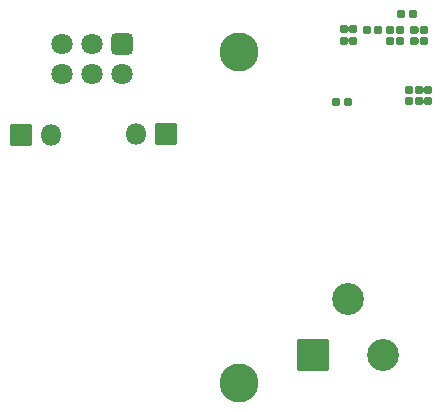
<source format=gbs>
G04 #@! TF.GenerationSoftware,KiCad,Pcbnew,(6.0.7)*
G04 #@! TF.CreationDate,2022-10-27T11:46:26+02:00*
G04 #@! TF.ProjectId,Steuerung,53746575-6572-4756-9e67-2e6b69636164,rev?*
G04 #@! TF.SameCoordinates,Original*
G04 #@! TF.FileFunction,Soldermask,Bot*
G04 #@! TF.FilePolarity,Negative*
%FSLAX46Y46*%
G04 Gerber Fmt 4.6, Leading zero omitted, Abs format (unit mm)*
G04 Created by KiCad (PCBNEW (6.0.7)) date 2022-10-27 11:46:26*
%MOMM*%
%LPD*%
G01*
G04 APERTURE LIST*
G04 Aperture macros list*
%AMRoundRect*
0 Rectangle with rounded corners*
0 $1 Rounding radius*
0 $2 $3 $4 $5 $6 $7 $8 $9 X,Y pos of 4 corners*
0 Add a 4 corners polygon primitive as box body*
4,1,4,$2,$3,$4,$5,$6,$7,$8,$9,$2,$3,0*
0 Add four circle primitives for the rounded corners*
1,1,$1+$1,$2,$3*
1,1,$1+$1,$4,$5*
1,1,$1+$1,$6,$7*
1,1,$1+$1,$8,$9*
0 Add four rect primitives between the rounded corners*
20,1,$1+$1,$2,$3,$4,$5,0*
20,1,$1+$1,$4,$5,$6,$7,0*
20,1,$1+$1,$6,$7,$8,$9,0*
20,1,$1+$1,$8,$9,$2,$3,0*%
G04 Aperture macros list end*
%ADD10C,3.300000*%
%ADD11RoundRect,0.050000X1.300000X-1.300000X1.300000X1.300000X-1.300000X1.300000X-1.300000X-1.300000X0*%
%ADD12C,2.700000*%
%ADD13RoundRect,0.300000X-0.600000X0.600000X-0.600000X-0.600000X0.600000X-0.600000X0.600000X0.600000X0*%
%ADD14C,1.800000*%
%ADD15RoundRect,0.050000X-0.850000X0.850000X-0.850000X-0.850000X0.850000X-0.850000X0.850000X0.850000X0*%
%ADD16O,1.800000X1.800000*%
%ADD17RoundRect,0.050000X0.850000X-0.850000X0.850000X0.850000X-0.850000X0.850000X-0.850000X-0.850000X0*%
%ADD18RoundRect,0.190000X-0.170000X0.140000X-0.170000X-0.140000X0.170000X-0.140000X0.170000X0.140000X0*%
%ADD19RoundRect,0.190000X-0.140000X-0.170000X0.140000X-0.170000X0.140000X0.170000X-0.140000X0.170000X0*%
%ADD20RoundRect,0.190000X0.170000X-0.140000X0.170000X0.140000X-0.170000X0.140000X-0.170000X-0.140000X0*%
%ADD21RoundRect,0.197500X0.147500X0.172500X-0.147500X0.172500X-0.147500X-0.172500X0.147500X-0.172500X0*%
%ADD22RoundRect,0.185000X-0.135000X-0.185000X0.135000X-0.185000X0.135000X0.185000X-0.135000X0.185000X0*%
G04 APERTURE END LIST*
D10*
X173000000Y-105500000D03*
D11*
X179200000Y-103150000D03*
D12*
X185200000Y-103150000D03*
X182200000Y-98450000D03*
D10*
X173000000Y-77500000D03*
D13*
X163045000Y-76847500D03*
D14*
X163045000Y-79387500D03*
X160505000Y-76847500D03*
X160505000Y-79387500D03*
X157965000Y-76847500D03*
X157965000Y-79387500D03*
D15*
X166750000Y-84450000D03*
D16*
X164210000Y-84450000D03*
D17*
X154525000Y-84500000D03*
D16*
X157065000Y-84500000D03*
D18*
X182650000Y-75570000D03*
X182650000Y-76530000D03*
D19*
X186720000Y-74300000D03*
X187680000Y-74300000D03*
D18*
X186600000Y-75620000D03*
X186600000Y-76580000D03*
D20*
X188200000Y-81680000D03*
X188200000Y-80720000D03*
D21*
X184735000Y-75650000D03*
X183765000Y-75650000D03*
D18*
X185750000Y-75620000D03*
X185750000Y-76580000D03*
X181850000Y-75570000D03*
X181850000Y-76530000D03*
D20*
X187350000Y-81680000D03*
X187350000Y-80720000D03*
D22*
X181190000Y-81700000D03*
X182210000Y-81700000D03*
D18*
X187800000Y-75620000D03*
X187800000Y-76580000D03*
X188600000Y-75620000D03*
X188600000Y-76580000D03*
D20*
X189000000Y-81680000D03*
X189000000Y-80720000D03*
G36*
X188554020Y-81500463D02*
G01*
X188573424Y-81529506D01*
X188609332Y-81536648D01*
X188639957Y-81516185D01*
X188645306Y-81503272D01*
X188646893Y-81502054D01*
X188648741Y-81502819D01*
X188649116Y-81504427D01*
X188642000Y-81540199D01*
X188642000Y-81819801D01*
X188649605Y-81858036D01*
X188648962Y-81859930D01*
X188647000Y-81860320D01*
X188645980Y-81859537D01*
X188626576Y-81830494D01*
X188590668Y-81823352D01*
X188560043Y-81843815D01*
X188554694Y-81856728D01*
X188553107Y-81857946D01*
X188551259Y-81857181D01*
X188550884Y-81855573D01*
X188558000Y-81819801D01*
X188558000Y-81540199D01*
X188550395Y-81501964D01*
X188551038Y-81500070D01*
X188553000Y-81499680D01*
X188554020Y-81500463D01*
G37*
G36*
X188554020Y-80540463D02*
G01*
X188573424Y-80569506D01*
X188609332Y-80576648D01*
X188639957Y-80556185D01*
X188645306Y-80543272D01*
X188646893Y-80542054D01*
X188648741Y-80542819D01*
X188649116Y-80544427D01*
X188642000Y-80580199D01*
X188642000Y-80859801D01*
X188649605Y-80898036D01*
X188648962Y-80899930D01*
X188647000Y-80900320D01*
X188645980Y-80899537D01*
X188626576Y-80870494D01*
X188590668Y-80863352D01*
X188560043Y-80883815D01*
X188554694Y-80896728D01*
X188553107Y-80897946D01*
X188551259Y-80897181D01*
X188550884Y-80895573D01*
X188558000Y-80859801D01*
X188558000Y-80580199D01*
X188550395Y-80541964D01*
X188551038Y-80540070D01*
X188553000Y-80539680D01*
X188554020Y-80540463D01*
G37*
G36*
X188154020Y-76400463D02*
G01*
X188173424Y-76429506D01*
X188209332Y-76436648D01*
X188239957Y-76416185D01*
X188245306Y-76403272D01*
X188246893Y-76402054D01*
X188248741Y-76402819D01*
X188249116Y-76404427D01*
X188242000Y-76440199D01*
X188242000Y-76719801D01*
X188249605Y-76758036D01*
X188248962Y-76759930D01*
X188247000Y-76760320D01*
X188245980Y-76759537D01*
X188226576Y-76730494D01*
X188190668Y-76723352D01*
X188160043Y-76743815D01*
X188154694Y-76756728D01*
X188153107Y-76757946D01*
X188151259Y-76757181D01*
X188150884Y-76755573D01*
X188158000Y-76719801D01*
X188158000Y-76440199D01*
X188150395Y-76401964D01*
X188151038Y-76400070D01*
X188153000Y-76399680D01*
X188154020Y-76400463D01*
G37*
G36*
X182204020Y-76350463D02*
G01*
X182223424Y-76379506D01*
X182259332Y-76386648D01*
X182289957Y-76366185D01*
X182295306Y-76353272D01*
X182296893Y-76352054D01*
X182298741Y-76352819D01*
X182299116Y-76354427D01*
X182292000Y-76390199D01*
X182292000Y-76669801D01*
X182299605Y-76708036D01*
X182298962Y-76709930D01*
X182297000Y-76710320D01*
X182295980Y-76709537D01*
X182276576Y-76680494D01*
X182240668Y-76673352D01*
X182210043Y-76693815D01*
X182204694Y-76706728D01*
X182203107Y-76707946D01*
X182201259Y-76707181D01*
X182200884Y-76705573D01*
X182208000Y-76669801D01*
X182208000Y-76390199D01*
X182200395Y-76351964D01*
X182201038Y-76350070D01*
X182203000Y-76349680D01*
X182204020Y-76350463D01*
G37*
G36*
X188154020Y-75440463D02*
G01*
X188173424Y-75469506D01*
X188209332Y-75476648D01*
X188239957Y-75456185D01*
X188245306Y-75443272D01*
X188246893Y-75442054D01*
X188248741Y-75442819D01*
X188249116Y-75444427D01*
X188242000Y-75480199D01*
X188242000Y-75759801D01*
X188249605Y-75798036D01*
X188248962Y-75799930D01*
X188247000Y-75800320D01*
X188245980Y-75799537D01*
X188226576Y-75770494D01*
X188190668Y-75763352D01*
X188160043Y-75783815D01*
X188154694Y-75796728D01*
X188153107Y-75797946D01*
X188151259Y-75797181D01*
X188150884Y-75795573D01*
X188158000Y-75759801D01*
X188158000Y-75480199D01*
X188150395Y-75441964D01*
X188151038Y-75440070D01*
X188153000Y-75439680D01*
X188154020Y-75440463D01*
G37*
G36*
X182204020Y-75390463D02*
G01*
X182223424Y-75419506D01*
X182259332Y-75426648D01*
X182289957Y-75406185D01*
X182295306Y-75393272D01*
X182296893Y-75392054D01*
X182298741Y-75392819D01*
X182299116Y-75394427D01*
X182292000Y-75430199D01*
X182292000Y-75709801D01*
X182299605Y-75748036D01*
X182298962Y-75749930D01*
X182297000Y-75750320D01*
X182295980Y-75749537D01*
X182276576Y-75720494D01*
X182240668Y-75713352D01*
X182210043Y-75733815D01*
X182204694Y-75746728D01*
X182203107Y-75747946D01*
X182201259Y-75747181D01*
X182200884Y-75745573D01*
X182208000Y-75709801D01*
X182208000Y-75430199D01*
X182200395Y-75391964D01*
X182201038Y-75390070D01*
X182203000Y-75389680D01*
X182204020Y-75390463D01*
G37*
M02*

</source>
